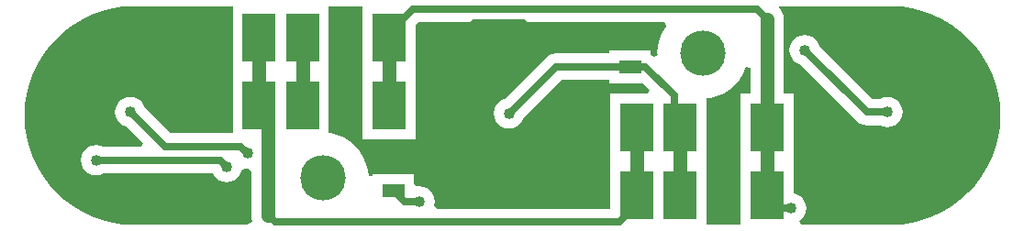
<source format=gbl>
%FSLAX25Y25*%
%MOIN*%
G70*
G01*
G75*
G04 Layer_Physical_Order=2*
G04 Layer_Color=65280*
%ADD10R,0.05906X0.05906*%
%ADD11P,0.08352X4X195.0*%
%ADD12P,0.08352X4X75.0*%
%ADD13R,0.05000X0.04000*%
%ADD14C,0.02500*%
%ADD15C,0.16500*%
%ADD16C,0.04000*%
%ADD17R,0.08000X0.05000*%
%ADD18R,0.12205X0.17716*%
%ADD19C,0.05000*%
G36*
X1125219Y1016031D02*
Y1006858D01*
X1121646D01*
Y982142D01*
Y959035D01*
X1109354D01*
Y982142D01*
Y1005056D01*
X1110589Y1005153D01*
X1113115Y1005759D01*
X1115514Y1006753D01*
X1117728Y1008110D01*
X1119703Y1009797D01*
X1121390Y1011772D01*
X1122747Y1013986D01*
X1123741Y1016385D01*
X1125219Y1016031D01*
D02*
G37*
G36*
X901250Y1038465D02*
X937150D01*
Y1014642D01*
Y992291D01*
X914485D01*
X905361Y1001414D01*
X905358Y1001436D01*
X904804Y1002774D01*
X903923Y1003923D01*
X902774Y1004804D01*
X901436Y1005358D01*
X900000Y1005548D01*
X898564Y1005358D01*
X897226Y1004804D01*
X896077Y1003923D01*
X895196Y1002774D01*
X894642Y1001436D01*
X894452Y1000000D01*
X894642Y998564D01*
X895196Y997226D01*
X896077Y996077D01*
X897226Y995196D01*
X898564Y994642D01*
X898586Y994639D01*
X904548Y988677D01*
X903974Y987291D01*
X890291D01*
X890274Y987304D01*
X888936Y987858D01*
X887500Y988048D01*
X886064Y987858D01*
X884726Y987304D01*
X883577Y986423D01*
X882696Y985274D01*
X882142Y983936D01*
X881952Y982500D01*
X882142Y981064D01*
X882696Y979726D01*
X883577Y978577D01*
X884726Y977696D01*
X886064Y977142D01*
X887500Y976952D01*
X888936Y977142D01*
X890274Y977696D01*
X890291Y977709D01*
X929996D01*
X930196Y977226D01*
X931077Y976077D01*
X932226Y975196D01*
X933564Y974642D01*
X935000Y974452D01*
X936436Y974642D01*
X937774Y975196D01*
X938923Y976077D01*
X939804Y977226D01*
X940358Y978564D01*
X940371Y978663D01*
X941562Y979576D01*
X942500Y979453D01*
X942843Y979498D01*
X943971Y978509D01*
Y962500D01*
X943971Y962500D01*
X943971D01*
X944087Y961324D01*
X944416Y960239D01*
X944349Y960150D01*
X942263Y959035D01*
X901250D01*
X901077Y959012D01*
X897354Y959195D01*
X893496Y959767D01*
X889712Y960715D01*
X886040Y962029D01*
X882514Y963697D01*
X879168Y965702D01*
X876035Y968025D01*
X873145Y970645D01*
X870525Y973535D01*
X868202Y976668D01*
X866197Y980013D01*
X864529Y983540D01*
X863215Y987212D01*
X862267Y990996D01*
X861695Y994854D01*
X861503Y998750D01*
X861695Y1002646D01*
X862267Y1006504D01*
X863215Y1010288D01*
X864529Y1013960D01*
X866197Y1017486D01*
X868202Y1020832D01*
X870525Y1023965D01*
X873145Y1026855D01*
X876035Y1029475D01*
X879168Y1031798D01*
X882514Y1033803D01*
X886040Y1035471D01*
X889712Y1036785D01*
X893496Y1037733D01*
X897354Y1038305D01*
X901077Y1038488D01*
X901250Y1038465D01*
D02*
G37*
G36*
X1180146Y1038305D02*
X1184004Y1037733D01*
X1187788Y1036785D01*
X1191460Y1035471D01*
X1194987Y1033803D01*
X1198332Y1031798D01*
X1201465Y1029475D01*
X1204355Y1026855D01*
X1206975Y1023965D01*
X1209298Y1020832D01*
X1211303Y1017486D01*
X1212971Y1013960D01*
X1214285Y1010288D01*
X1215233Y1006504D01*
X1215805Y1002646D01*
X1215997Y998750D01*
X1215805Y994854D01*
X1215233Y990996D01*
X1214285Y987212D01*
X1212971Y983540D01*
X1211303Y980013D01*
X1209298Y976668D01*
X1206975Y973535D01*
X1204355Y970645D01*
X1201465Y968025D01*
X1198332Y965702D01*
X1194987Y963697D01*
X1191460Y962029D01*
X1187788Y960715D01*
X1184004Y959767D01*
X1180146Y959195D01*
X1176423Y959012D01*
X1176250Y959035D01*
X1143594D01*
X1143112Y960455D01*
X1143923Y961077D01*
X1144804Y962226D01*
X1145358Y963564D01*
X1145547Y965000D01*
X1145358Y966436D01*
X1144804Y967774D01*
X1143923Y968923D01*
X1142774Y969804D01*
X1141436Y970358D01*
X1140850Y970436D01*
Y982142D01*
Y1006858D01*
X1137277D01*
Y1033752D01*
X1137161Y1034928D01*
X1137161Y1034928D01*
Y1034928D01*
X1137161D01*
X1137161Y1034928D01*
D01*
D01*
D01*
D01*
X1137161Y1034928D01*
D01*
D01*
X1136818Y1036059D01*
X1136624Y1036422D01*
X1136261Y1037101D01*
X1135511Y1038015D01*
X1135511Y1038015D01*
X1135698Y1038465D01*
X1176250D01*
X1176423Y1038488D01*
X1180146Y1038305D01*
D02*
G37*
G36*
X984394Y1014642D02*
Y990035D01*
X1003598D01*
Y1014642D01*
Y1031823D01*
X1004484Y1032709D01*
X1094083D01*
X1094711Y1031347D01*
X1094610Y1031228D01*
X1093253Y1029014D01*
X1092259Y1026615D01*
X1091653Y1024089D01*
X1091449Y1021500D01*
X1091489Y1020989D01*
X1090957Y1020457D01*
X1090289Y1020094D01*
X1089531Y1020545D01*
X1089396Y1020649D01*
X1089267Y1020702D01*
X1089000Y1020861D01*
Y1022500D01*
X1074000D01*
Y1021291D01*
X1054500D01*
X1053260Y1021128D01*
X1052104Y1020649D01*
X1051112Y1019888D01*
X1036086Y1004861D01*
X1036064Y1004858D01*
X1034726Y1004304D01*
X1033577Y1003423D01*
X1032696Y1002274D01*
X1032142Y1000936D01*
X1031952Y999500D01*
X1032142Y998064D01*
X1032696Y996726D01*
X1033577Y995577D01*
X1034726Y994696D01*
X1036064Y994142D01*
X1037500Y993952D01*
X1038936Y994142D01*
X1040274Y994696D01*
X1041423Y995577D01*
X1042304Y996726D01*
X1042858Y998064D01*
X1042861Y998086D01*
X1056485Y1011709D01*
X1074000D01*
Y1010500D01*
X1086224D01*
X1088480Y1008244D01*
X1087906Y1006858D01*
X1074402D01*
Y982142D01*
Y964791D01*
X1011181D01*
X1010348Y966038D01*
X1010358Y966064D01*
X1010548Y967500D01*
X1010358Y968936D01*
X1009804Y970274D01*
X1008923Y971423D01*
X1007774Y972304D01*
X1006436Y972858D01*
X1005000Y973048D01*
X1004128Y972933D01*
X1003000Y973922D01*
Y977500D01*
X988000D01*
Y976692D01*
X986501Y976634D01*
X986347Y978589D01*
X985741Y981115D01*
X984747Y983514D01*
X983390Y985728D01*
X981703Y987703D01*
X979728Y989390D01*
X977514Y990747D01*
X975115Y991741D01*
X972589Y992347D01*
X972102Y992386D01*
Y1014642D01*
Y1038465D01*
X984394D01*
Y1014642D01*
D02*
G37*
%LPC*%
G36*
X1145000Y1028047D02*
X1143564Y1027858D01*
X1142226Y1027304D01*
X1141077Y1026423D01*
X1140196Y1025274D01*
X1139642Y1023936D01*
X1139452Y1022500D01*
X1139642Y1021064D01*
X1140196Y1019726D01*
X1141077Y1018577D01*
X1142226Y1017696D01*
X1143564Y1017142D01*
X1143586Y1017139D01*
X1164112Y996612D01*
Y996612D01*
X1164112D01*
X1164112Y996612D01*
X1164112D01*
D01*
D01*
D01*
Y996612D01*
X1164112Y996612D01*
D01*
X1165104Y995851D01*
X1166260Y995372D01*
X1166260Y995372D01*
D01*
D01*
D01*
X1166260D01*
D01*
D01*
D01*
X1166260D01*
Y995372D01*
D01*
X1167500Y995209D01*
X1172209D01*
X1172226Y995196D01*
X1173564Y994642D01*
X1175000Y994452D01*
X1176436Y994642D01*
X1177774Y995196D01*
X1178923Y996077D01*
X1179804Y997226D01*
X1180358Y998564D01*
X1180548Y1000000D01*
X1180358Y1001436D01*
X1179804Y1002774D01*
X1178923Y1003923D01*
X1177774Y1004804D01*
X1176436Y1005358D01*
X1175000Y1005548D01*
X1173564Y1005358D01*
X1172226Y1004804D01*
X1172209Y1004791D01*
X1169485D01*
X1150361Y1023914D01*
X1150358Y1023936D01*
X1149804Y1025274D01*
X1148923Y1026423D01*
X1147774Y1027304D01*
X1146436Y1027858D01*
X1145000Y1028047D01*
D02*
G37*
%LPD*%
D14*
X1002500Y1037500D02*
X1127500D01*
X1131248Y1033752D01*
X952500Y960000D02*
X1077500D01*
X950000Y962500D02*
X952500Y960000D01*
X1007500Y985000D02*
Y1015000D01*
X990000Y982500D02*
X1005000D01*
X1047500Y1027500D02*
X1081500D01*
X1025000Y1032500D02*
X1042500D01*
X1047500Y1027500D01*
X1054500Y1016500D02*
X1087000D01*
X1037500Y999500D02*
X1054500Y1016500D01*
X1030000Y1010000D02*
X1047500Y1027500D01*
X1030000Y987500D02*
Y1010000D01*
Y987500D02*
X1045500Y972000D01*
X1062500D01*
X995500Y971500D02*
X999500Y967500D01*
X1005000D01*
X1007500Y1015000D02*
X1025000Y1032500D01*
X1005000Y982500D02*
X1007500Y985000D01*
X978248Y994252D02*
X990000Y982500D01*
X978248Y994252D02*
Y1002394D01*
X1097500Y1000000D02*
Y1006000D01*
X1087000Y1016500D02*
X1097500Y1006000D01*
X993996Y1027000D02*
X997500Y1030504D01*
Y1032500D01*
X1002500Y1037500D01*
X1084004Y969894D02*
X1085000Y968898D01*
Y967500D02*
Y968898D01*
X1077500Y960000D02*
X1085000Y967500D01*
X1131248Y969894D02*
X1136142Y965000D01*
X1140000D01*
X1152500Y987500D02*
X1185000D01*
X1144902Y991572D02*
X1152500Y987500D01*
X1185000D02*
Y1032500D01*
Y987500D02*
X1200000Y972500D01*
X870000Y987500D02*
Y1007500D01*
X895000Y1032500D02*
X910000D01*
X870000Y987500D02*
X885000Y972500D01*
X870000Y1007500D02*
X895000Y1032500D01*
X885000Y972500D02*
X925000D01*
X912500Y987500D02*
X940000D01*
X942500Y985000D01*
X900000Y1000000D02*
X912500Y987500D01*
X932500Y982500D02*
X935000Y980000D01*
X887500Y982500D02*
X932500D01*
X1145000Y1022500D02*
X1167500Y1000000D01*
X1175000D01*
X1099752Y994500D02*
Y997748D01*
X1097500Y1000000D02*
X1099752Y997748D01*
D15*
X1108000Y1021500D02*
D03*
X970000Y976000D02*
D03*
D16*
X1115000Y992500D02*
D03*
X1005000Y967500D02*
D03*
X975000Y1032500D02*
D03*
X946752Y1015000D02*
D03*
X962500D02*
D03*
X942500Y985000D02*
D03*
X935000Y980000D02*
D03*
X887500Y982500D02*
D03*
X1097500Y1000000D02*
D03*
X1145000Y1022500D02*
D03*
X870000Y995000D02*
D03*
X910000Y1032500D02*
D03*
X925000Y972500D02*
D03*
X1006086Y989139D02*
D03*
X1047500Y1027500D02*
D03*
X1062500Y972000D02*
D03*
X900000Y1000000D02*
D03*
X1037500Y999500D02*
D03*
X1175000Y1000000D02*
D03*
X1200000Y972500D02*
D03*
X1185000Y1032500D02*
D03*
X1144902Y991572D02*
D03*
X1140000Y965000D02*
D03*
D17*
X995500Y971500D02*
D03*
Y982500D02*
D03*
X1081500Y1016500D02*
D03*
Y1027500D02*
D03*
D18*
X993996Y1002394D02*
D03*
X978248D02*
D03*
X962500D02*
D03*
X993996Y1027000D02*
D03*
X978248D02*
D03*
X962500D02*
D03*
X946752Y1002394D02*
D03*
Y1027000D02*
D03*
X1131248Y969894D02*
D03*
X1115500D02*
D03*
X1099752D02*
D03*
X1131248Y994500D02*
D03*
X1115500D02*
D03*
X1099752D02*
D03*
X1084004Y969894D02*
D03*
Y994500D02*
D03*
D19*
X1131248Y969894D02*
Y1033752D01*
X962500Y1002394D02*
Y1027000D01*
X946752Y1002394D02*
Y1027000D01*
X950000Y962500D02*
Y999146D01*
X946752Y1002394D02*
X950000Y999146D01*
X1115500Y969894D02*
Y994500D01*
X1099752Y969894D02*
Y994500D01*
X1084004Y969894D02*
Y994500D01*
X993996Y1002394D02*
Y1027000D01*
X978248Y1002394D02*
Y1027000D01*
M02*

</source>
